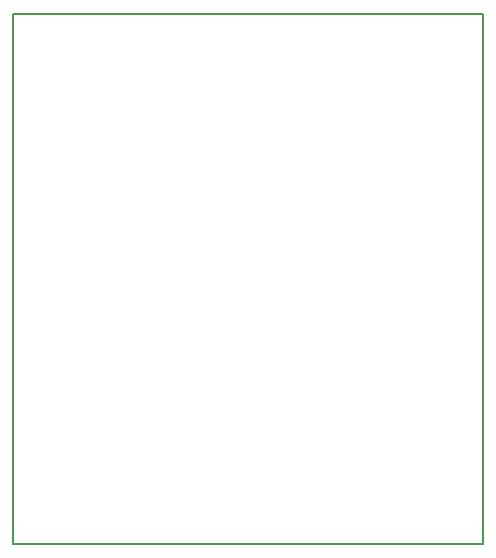
<source format=gm1>
G04 MADE WITH FRITZING*
G04 WWW.FRITZING.ORG*
G04 DOUBLE SIDED*
G04 HOLES PLATED*
G04 CONTOUR ON CENTER OF CONTOUR VECTOR*
%ASAXBY*%
%FSLAX23Y23*%
%MOIN*%
%OFA0B0*%
%SFA1.0B1.0*%
%ADD10R,1.574800X1.771650*%
%ADD11C,0.008000*%
%ADD10C,0.008*%
%LNCONTOUR*%
G90*
G70*
G54D10*
G54D11*
X4Y1768D02*
X1571Y1768D01*
X1571Y4D01*
X4Y4D01*
X4Y1768D01*
D02*
G04 End of contour*
M02*
</source>
